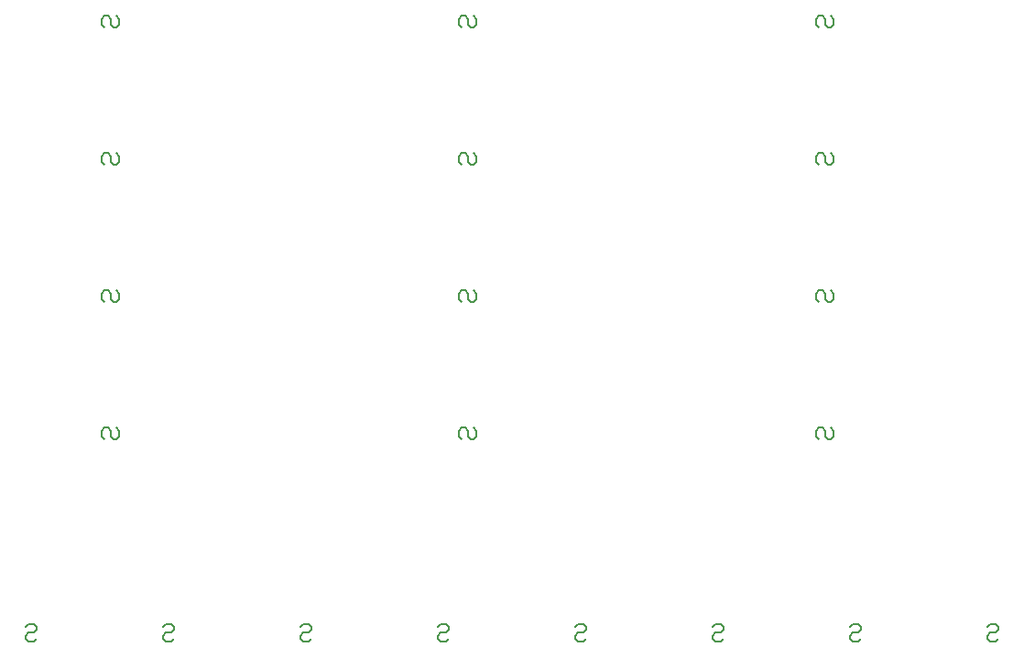
<source format=gbo>
G75*
%MOIN*%
%OFA0B0*%
%FSLAX25Y25*%
%IPPOS*%
%LPD*%
%AMOC8*
5,1,8,0,0,1.08239X$1,22.5*
%
%ADD10C,0.00600*%
D10*
X0029097Y0067900D02*
X0031232Y0067900D01*
X0032300Y0068968D01*
X0031232Y0071103D02*
X0029097Y0071103D01*
X0028030Y0070035D01*
X0028030Y0068968D01*
X0029097Y0067900D01*
X0031232Y0071103D02*
X0032300Y0072170D01*
X0032300Y0073238D01*
X0031232Y0074305D01*
X0029097Y0074305D01*
X0028030Y0073238D01*
X0078030Y0073238D02*
X0079097Y0074305D01*
X0081232Y0074305D01*
X0082300Y0073238D01*
X0082300Y0072170D01*
X0081232Y0071103D01*
X0079097Y0071103D01*
X0078030Y0070035D01*
X0078030Y0068968D01*
X0079097Y0067900D01*
X0081232Y0067900D01*
X0082300Y0068968D01*
X0128030Y0068968D02*
X0129097Y0067900D01*
X0131232Y0067900D01*
X0132300Y0068968D01*
X0131232Y0071103D02*
X0129097Y0071103D01*
X0128030Y0070035D01*
X0128030Y0068968D01*
X0131232Y0071103D02*
X0132300Y0072170D01*
X0132300Y0073238D01*
X0131232Y0074305D01*
X0129097Y0074305D01*
X0128030Y0073238D01*
X0178030Y0073238D02*
X0179097Y0074305D01*
X0181232Y0074305D01*
X0182300Y0073238D01*
X0182300Y0072170D01*
X0181232Y0071103D01*
X0179097Y0071103D01*
X0178030Y0070035D01*
X0178030Y0068968D01*
X0179097Y0067900D01*
X0181232Y0067900D01*
X0182300Y0068968D01*
X0228030Y0068968D02*
X0229097Y0067900D01*
X0231232Y0067900D01*
X0232300Y0068968D01*
X0231232Y0071103D02*
X0229097Y0071103D01*
X0228030Y0070035D01*
X0228030Y0068968D01*
X0231232Y0071103D02*
X0232300Y0072170D01*
X0232300Y0073238D01*
X0231232Y0074305D01*
X0229097Y0074305D01*
X0228030Y0073238D01*
X0278030Y0073238D02*
X0279097Y0074305D01*
X0281232Y0074305D01*
X0282300Y0073238D01*
X0282300Y0072170D01*
X0281232Y0071103D01*
X0279097Y0071103D01*
X0278030Y0070035D01*
X0278030Y0068968D01*
X0279097Y0067900D01*
X0281232Y0067900D01*
X0282300Y0068968D01*
X0328030Y0068968D02*
X0329097Y0067900D01*
X0331232Y0067900D01*
X0332300Y0068968D01*
X0331232Y0071103D02*
X0329097Y0071103D01*
X0328030Y0070035D01*
X0328030Y0068968D01*
X0331232Y0071103D02*
X0332300Y0072170D01*
X0332300Y0073238D01*
X0331232Y0074305D01*
X0329097Y0074305D01*
X0328030Y0073238D01*
X0378030Y0073238D02*
X0379097Y0074305D01*
X0381232Y0074305D01*
X0382300Y0073238D01*
X0382300Y0072170D01*
X0381232Y0071103D01*
X0379097Y0071103D01*
X0378030Y0070035D01*
X0378030Y0068968D01*
X0379097Y0067900D01*
X0381232Y0067900D01*
X0382300Y0068968D01*
X0321238Y0141455D02*
X0320170Y0141455D01*
X0319103Y0142522D01*
X0319103Y0144657D01*
X0318035Y0145725D01*
X0316968Y0145725D01*
X0315900Y0144657D01*
X0315900Y0142522D01*
X0316968Y0141455D01*
X0321238Y0141455D02*
X0322305Y0142522D01*
X0322305Y0144657D01*
X0321238Y0145725D01*
X0321238Y0191455D02*
X0320170Y0191455D01*
X0319103Y0192522D01*
X0319103Y0194657D01*
X0318035Y0195725D01*
X0316968Y0195725D01*
X0315900Y0194657D01*
X0315900Y0192522D01*
X0316968Y0191455D01*
X0321238Y0191455D02*
X0322305Y0192522D01*
X0322305Y0194657D01*
X0321238Y0195725D01*
X0321238Y0241455D02*
X0320170Y0241455D01*
X0319103Y0242522D01*
X0319103Y0244657D01*
X0318035Y0245725D01*
X0316968Y0245725D01*
X0315900Y0244657D01*
X0315900Y0242522D01*
X0316968Y0241455D01*
X0321238Y0241455D02*
X0322305Y0242522D01*
X0322305Y0244657D01*
X0321238Y0245725D01*
X0321238Y0291455D02*
X0320170Y0291455D01*
X0319103Y0292522D01*
X0319103Y0294657D01*
X0318035Y0295725D01*
X0316968Y0295725D01*
X0315900Y0294657D01*
X0315900Y0292522D01*
X0316968Y0291455D01*
X0321238Y0291455D02*
X0322305Y0292522D01*
X0322305Y0294657D01*
X0321238Y0295725D01*
X0192305Y0294657D02*
X0192305Y0292522D01*
X0191238Y0291455D01*
X0190170Y0291455D01*
X0189103Y0292522D01*
X0189103Y0294657D01*
X0188035Y0295725D01*
X0186968Y0295725D01*
X0185900Y0294657D01*
X0185900Y0292522D01*
X0186968Y0291455D01*
X0191238Y0295725D02*
X0192305Y0294657D01*
X0191238Y0245725D02*
X0192305Y0244657D01*
X0192305Y0242522D01*
X0191238Y0241455D01*
X0190170Y0241455D01*
X0189103Y0242522D01*
X0189103Y0244657D01*
X0188035Y0245725D01*
X0186968Y0245725D01*
X0185900Y0244657D01*
X0185900Y0242522D01*
X0186968Y0241455D01*
X0186968Y0195725D02*
X0185900Y0194657D01*
X0185900Y0192522D01*
X0186968Y0191455D01*
X0189103Y0192522D02*
X0189103Y0194657D01*
X0188035Y0195725D01*
X0186968Y0195725D01*
X0189103Y0192522D02*
X0190170Y0191455D01*
X0191238Y0191455D01*
X0192305Y0192522D01*
X0192305Y0194657D01*
X0191238Y0195725D01*
X0191238Y0145725D02*
X0192305Y0144657D01*
X0192305Y0142522D01*
X0191238Y0141455D01*
X0190170Y0141455D01*
X0189103Y0142522D01*
X0189103Y0144657D01*
X0188035Y0145725D01*
X0186968Y0145725D01*
X0185900Y0144657D01*
X0185900Y0142522D01*
X0186968Y0141455D01*
X0062305Y0142522D02*
X0061238Y0141455D01*
X0060170Y0141455D01*
X0059103Y0142522D01*
X0059103Y0144657D01*
X0058035Y0145725D01*
X0056968Y0145725D01*
X0055900Y0144657D01*
X0055900Y0142522D01*
X0056968Y0141455D01*
X0062305Y0142522D02*
X0062305Y0144657D01*
X0061238Y0145725D01*
X0061238Y0191455D02*
X0060170Y0191455D01*
X0059103Y0192522D01*
X0059103Y0194657D01*
X0058035Y0195725D01*
X0056968Y0195725D01*
X0055900Y0194657D01*
X0055900Y0192522D01*
X0056968Y0191455D01*
X0061238Y0191455D02*
X0062305Y0192522D01*
X0062305Y0194657D01*
X0061238Y0195725D01*
X0061238Y0241455D02*
X0060170Y0241455D01*
X0059103Y0242522D01*
X0059103Y0244657D01*
X0058035Y0245725D01*
X0056968Y0245725D01*
X0055900Y0244657D01*
X0055900Y0242522D01*
X0056968Y0241455D01*
X0061238Y0241455D02*
X0062305Y0242522D01*
X0062305Y0244657D01*
X0061238Y0245725D01*
X0061238Y0291455D02*
X0060170Y0291455D01*
X0059103Y0292522D01*
X0059103Y0294657D01*
X0058035Y0295725D01*
X0056968Y0295725D01*
X0055900Y0294657D01*
X0055900Y0292522D01*
X0056968Y0291455D01*
X0061238Y0291455D02*
X0062305Y0292522D01*
X0062305Y0294657D01*
X0061238Y0295725D01*
M02*

</source>
